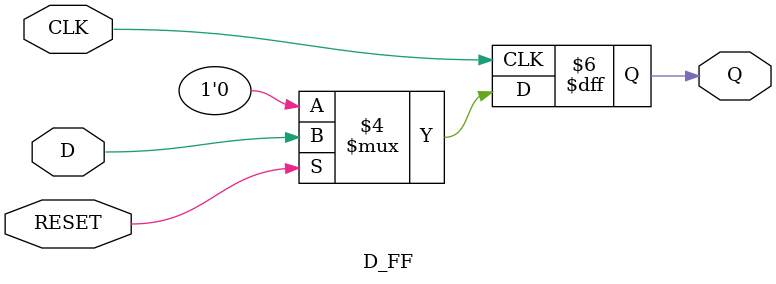
<source format=v>
module part1(CLK, RESET, IN, OUT, STATE);
	input		CLK, RESET, IN;
	output	[8:0] STATE;
	output	OUT;
	
	wire	ff0_in, ff0_out;
	wire	ff1_in, ff1_out;
	wire	ff2_in, ff2_out;
	wire	ff3_in, ff3_out;
	wire	ff4_in, ff4_out;
	wire	ff5_in, ff5_out;
	wire	ff6_in, ff6_out;
	wire	ff7_in, ff7_out;
	wire	ff8_in, ff8_out;
	
	D_FF state0 (.CLK(CLK), .RESET(RESET), .D(ff0_in), .Q(ff0_out));
	D_FF state1 (.CLK(CLK), .RESET(RESET), .D(ff1_in), .Q(ff1_out));
	D_FF state2 (.CLK(CLK), .RESET(RESET), .D(ff2_in), .Q(ff2_out));
	D_FF state3 (.CLK(CLK), .RESET(RESET), .D(ff3_in), .Q(ff3_out));
	D_FF state4 (.CLK(CLK), .RESET(RESET), .D(ff4_in), .Q(ff4_out));
	D_FF state5 (.CLK(CLK), .RESET(RESET), .D(ff5_in), .Q(ff5_out));
	D_FF state6 (.CLK(CLK), .RESET(RESET), .D(ff6_in), .Q(ff6_out));
	D_FF state7 (.CLK(CLK), .RESET(RESET), .D(ff7_in), .Q(ff7_out));
	D_FF state8 (.CLK(CLK), .RESET(RESET), .D(ff8_in), .Q(ff8_out));
	
	assign ff0_in = ~(ff1_in | ff2_in | ff3_in | ff4_in | ff5_in | ff6_in | ff7_in | ff8_in);
	
	assign ff1_in =  ff0_out & ~IN |
						  ff2_out & ~IN |
						  ff4_out & ~IN |
						  ff6_out & ~IN |
						  ff8_out & ~IN ;
						  
	assign ff2_in =  ff0_out &  IN |
						  ff1_out &  IN |
						  ff3_out &  IN |
						  ff5_out &  IN |
						  ff7_out &  IN ;
						  
	assign ff3_in =  ff1_out & ~IN ;
	assign ff5_in =  ff3_out & ~IN ;
	assign ff7_in =  ff5_out & ~IN |
						  ff7_out & ~IN ;	
	
	assign ff4_in =  ff2_out &  IN ;
	assign ff6_in =  ff4_out &  IN ;
	assign ff8_in =  ff6_out &  IN |
						  ff8_out &  IN ;
						  
	
	assign OUT = ff7_out | ff8_out;
	assign STATE = {ff8_out, ff7_out, ff6_out, ff5_out, ff4_out, ff3_out, ff2_out, ff1_out, ff0_out};
	
endmodule 

module D_FF(CLK, RESET, D, Q);
	input		CLK, RESET,D;
	output	reg Q;
	
	always @(posedge CLK) begin
		if (!RESET) Q<=0;
		else Q<=D;
	end
endmodule
</source>
